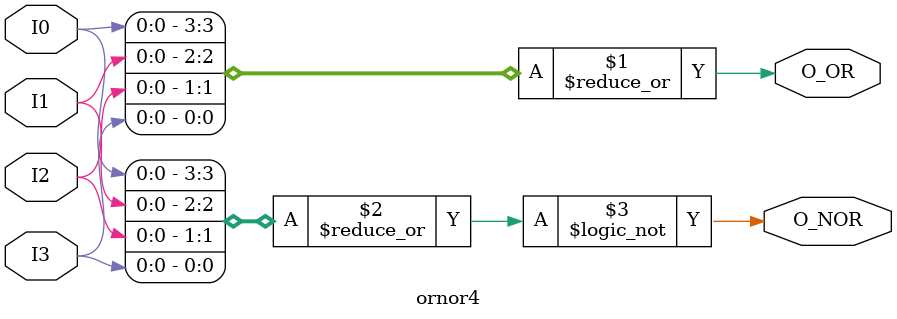
<source format=v>

module ornor4(output wire O_OR, output wire O_NOR,
	      input wire I0, I1, I2, I3);

   assign O_OR  =  | {I0, I1, I2, I3};
   assign O_NOR = ~| {I0, I1, I2, I3};

endmodule // ornor4

</source>
